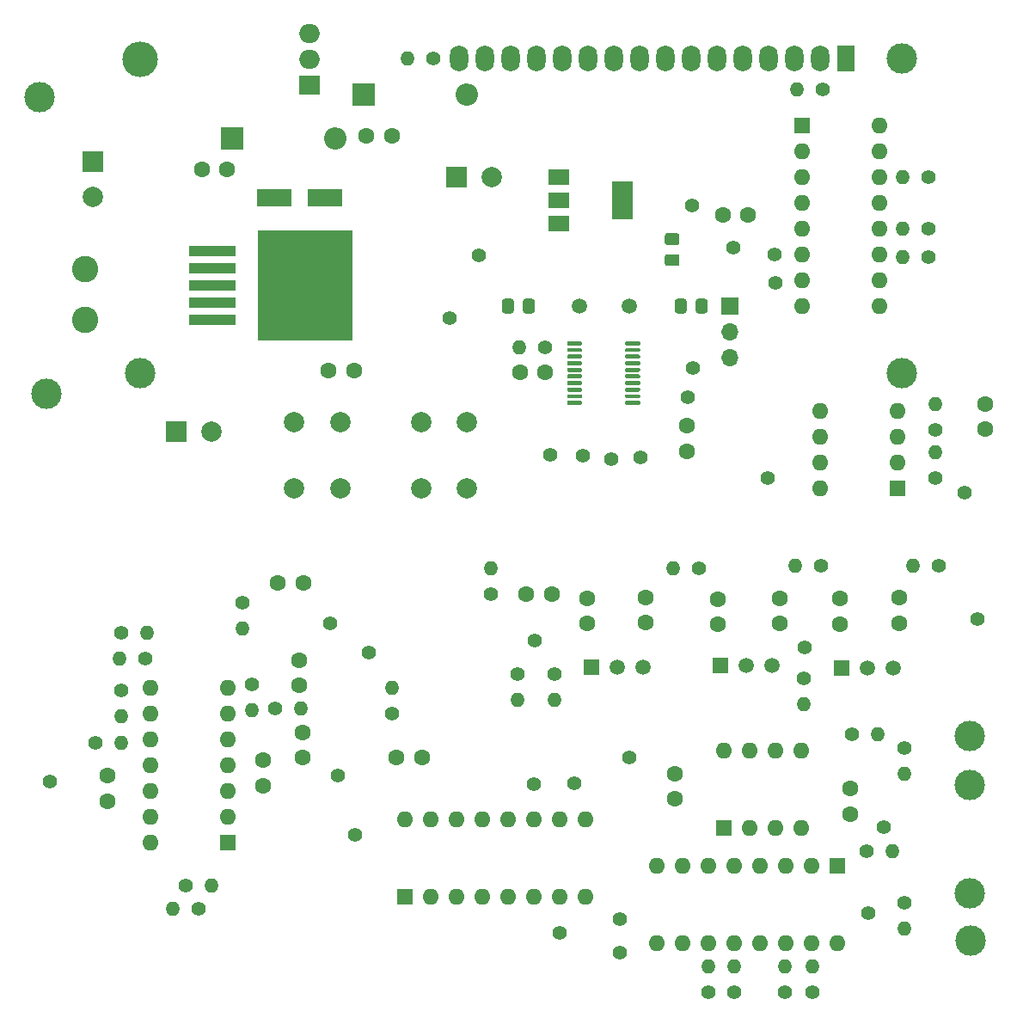
<source format=gbr>
%TF.GenerationSoftware,KiCad,Pcbnew,5.1.8-5.1.8*%
%TF.CreationDate,2021-08-29T21:24:45+08:00*%
%TF.ProjectId,lcr-1,6c63722d-312e-46b6-9963-61645f706362,rev?*%
%TF.SameCoordinates,Original*%
%TF.FileFunction,Soldermask,Top*%
%TF.FilePolarity,Negative*%
%FSLAX46Y46*%
G04 Gerber Fmt 4.6, Leading zero omitted, Abs format (unit mm)*
G04 Created by KiCad (PCBNEW 5.1.8-5.1.8) date 2021-08-29 21:24:45*
%MOMM*%
%LPD*%
G01*
G04 APERTURE LIST*
%ADD10O,3.500000X3.500000*%
%ADD11R,2.000000X1.905000*%
%ADD12O,2.000000X1.905000*%
%ADD13C,1.400000*%
%ADD14C,3.000000*%
%ADD15O,1.800000X2.600000*%
%ADD16R,1.800000X2.600000*%
%ADD17O,1.400000X1.400000*%
%ADD18C,1.600000*%
%ADD19O,1.600000X1.600000*%
%ADD20R,1.600000X1.600000*%
%ADD21R,1.500000X1.500000*%
%ADD22C,1.500000*%
%ADD23R,2.000000X1.500000*%
%ADD24R,2.000000X3.800000*%
%ADD25R,9.400000X10.800000*%
%ADD26R,4.600000X1.100000*%
%ADD27C,2.000000*%
%ADD28C,2.600000*%
%ADD29O,1.700000X1.700000*%
%ADD30R,1.700000X1.700000*%
%ADD31O,2.200000X2.200000*%
%ADD32R,2.200000X2.200000*%
%ADD33R,3.500000X1.800000*%
%ADD34R,2.000000X2.000000*%
G04 APERTURE END LIST*
D10*
%TO.C,U8*%
X103499780Y-65397380D03*
D11*
X120159780Y-67937380D03*
D12*
X120159780Y-65397380D03*
X120159780Y-62857380D03*
%TD*%
D13*
%TO.C,J38*%
X161838640Y-83908900D03*
%TD*%
%TO.C,J37*%
X166027100Y-87393780D03*
%TD*%
%TO.C,J36*%
X165925500Y-84548980D03*
%TD*%
%TO.C,J35*%
X157855920Y-79768700D03*
%TD*%
%TO.C,J34*%
X136794240Y-84696300D03*
%TD*%
%TO.C,J33*%
X133954520Y-90840560D03*
%TD*%
D14*
%TO.C,J32*%
X94200980Y-98298000D03*
%TD*%
%TO.C,J31*%
X93543120Y-69121020D03*
%TD*%
D13*
%TO.C,J30*%
X122130820Y-120886220D03*
%TD*%
%TO.C,J29*%
X168876980Y-123248420D03*
%TD*%
%TO.C,J28*%
X142288260Y-122593100D03*
%TD*%
%TO.C,J27*%
X184670700Y-108046520D03*
%TD*%
%TO.C,J26*%
X125948440Y-123789440D03*
%TD*%
%TO.C,J25*%
X185897520Y-120456960D03*
%TD*%
%TO.C,J24*%
X165232080Y-106596180D03*
%TD*%
%TO.C,J23*%
X122905520Y-135892540D03*
%TD*%
%TO.C,J22*%
X94561660Y-136512300D03*
%TD*%
%TO.C,J21*%
X146207480Y-136629140D03*
%TD*%
%TO.C,J20*%
X152775920Y-104548940D03*
%TD*%
%TO.C,J19*%
X150715980Y-153344880D03*
%TD*%
%TO.C,J18*%
X157413960Y-98668840D03*
%TD*%
%TO.C,J17*%
X143850360Y-104267000D03*
%TD*%
%TO.C,J16*%
X150677880Y-150040340D03*
%TD*%
%TO.C,J15*%
X157858460Y-95785940D03*
%TD*%
%TO.C,J14*%
X142229840Y-136718040D03*
%TD*%
%TO.C,J12*%
X144762220Y-151363680D03*
%TD*%
%TO.C,J10*%
X124655580Y-141747240D03*
%TD*%
%TO.C,J9*%
X147043140Y-104376220D03*
%TD*%
%TO.C,J8*%
X175201580Y-149458680D03*
%TD*%
%TO.C,J7*%
X151655780Y-134081520D03*
%TD*%
%TO.C,J6*%
X149877780Y-104744520D03*
%TD*%
D14*
%TO.C,J5*%
X185206640Y-152105360D03*
%TD*%
%TO.C,J4*%
X185158380Y-147513040D03*
%TD*%
%TO.C,J3*%
X185199020Y-136794240D03*
%TD*%
%TO.C,J2*%
X185166000Y-132029200D03*
%TD*%
D13*
%TO.C,J1*%
X176695100Y-140987780D03*
%TD*%
D14*
%TO.C,DS1*%
X103474000Y-65278000D03*
X103474520Y-96278700D03*
X178473100Y-96278700D03*
X178473100Y-65278000D03*
D15*
X134874000Y-65278000D03*
X137414000Y-65278000D03*
X139954000Y-65278000D03*
X142494000Y-65278000D03*
X145034000Y-65278000D03*
X147574000Y-65278000D03*
X150114000Y-65278000D03*
X152654000Y-65278000D03*
X155194000Y-65278000D03*
X157734000Y-65278000D03*
X160274000Y-65278000D03*
X162814000Y-65278000D03*
X165354000Y-65278000D03*
X167894000Y-65278000D03*
X170434000Y-65278000D03*
D16*
X172974000Y-65278000D03*
%TD*%
D17*
%TO.C,R16*%
X167939980Y-115255040D03*
D13*
X170479980Y-115255040D03*
%TD*%
D18*
%TO.C,C12*%
X172415460Y-120947820D03*
X172415460Y-118447820D03*
%TD*%
D19*
%TO.C,U6*%
X170393360Y-107635040D03*
X178013360Y-100015040D03*
X170393360Y-105095040D03*
X178013360Y-102555040D03*
X170393360Y-102555040D03*
X178013360Y-105095040D03*
X170393360Y-100015040D03*
D20*
X178013360Y-107635040D03*
%TD*%
D19*
%TO.C,U5*%
X104444800Y-142534640D03*
X112064800Y-127294640D03*
X104444800Y-139994640D03*
X112064800Y-129834640D03*
X104444800Y-137454640D03*
X112064800Y-132374640D03*
X104444800Y-134914640D03*
X112064800Y-134914640D03*
X104444800Y-132374640D03*
X112064800Y-137454640D03*
X104444800Y-129834640D03*
X112064800Y-139994640D03*
X104444800Y-127294640D03*
D20*
X112064800Y-142534640D03*
%TD*%
D19*
%TO.C,U1*%
X160981160Y-133410400D03*
X168601160Y-141030400D03*
X163521160Y-133410400D03*
X166061160Y-141030400D03*
X166061160Y-133410400D03*
X163521160Y-141030400D03*
X168601160Y-133410400D03*
D20*
X160981160Y-141030400D03*
%TD*%
D17*
%TO.C,R33*%
X168148000Y-68326000D03*
D13*
X170688000Y-68326000D03*
%TD*%
D17*
%TO.C,R32*%
X129794000Y-65278000D03*
D13*
X132334000Y-65278000D03*
%TD*%
D17*
%TO.C,R31*%
X178562000Y-76962000D03*
D13*
X181102000Y-76962000D03*
%TD*%
%TO.C,R30*%
X181102000Y-84836000D03*
D17*
X178562000Y-84836000D03*
%TD*%
%TO.C,R29*%
X178562000Y-82042000D03*
D13*
X181102000Y-82042000D03*
%TD*%
D17*
%TO.C,R28*%
X113558320Y-121381520D03*
D13*
X113558320Y-118841520D03*
%TD*%
D17*
%TO.C,R25*%
X144277340Y-128440180D03*
D13*
X144277340Y-125900180D03*
%TD*%
D17*
%TO.C,R24*%
X140609580Y-128435100D03*
D13*
X140609580Y-125895100D03*
%TD*%
D17*
%TO.C,R27*%
X114477800Y-129458720D03*
D13*
X114477800Y-126918720D03*
%TD*%
D17*
%TO.C,R26*%
X119253000Y-129326640D03*
D13*
X116713000Y-129326640D03*
%TD*%
D17*
%TO.C,R22*%
X128254760Y-127259080D03*
D13*
X128254760Y-129799080D03*
%TD*%
D17*
%TO.C,R23*%
X168856920Y-128821180D03*
D13*
X168856920Y-126281180D03*
%TD*%
D17*
%TO.C,R21*%
X181797960Y-99314000D03*
D13*
X181797960Y-101854000D03*
%TD*%
D17*
%TO.C,R20*%
X181747160Y-104079040D03*
D13*
X181747160Y-106619040D03*
%TD*%
D17*
%TO.C,R18*%
X104124760Y-121828560D03*
D13*
X101584760Y-121828560D03*
%TD*%
D17*
%TO.C,R17*%
X101427280Y-124338080D03*
D13*
X103967280Y-124338080D03*
%TD*%
D17*
%TO.C,R15*%
X101630480Y-130022600D03*
D13*
X101630480Y-127482600D03*
%TD*%
D17*
%TO.C,R14*%
X101630480Y-132648960D03*
D13*
X99090480Y-132648960D03*
%TD*%
D17*
%TO.C,R19*%
X179570640Y-115224560D03*
D13*
X182110640Y-115224560D03*
%TD*%
D17*
%TO.C,R12*%
X110467140Y-146758660D03*
D13*
X107927140Y-146758660D03*
%TD*%
D17*
%TO.C,R13*%
X106710480Y-149026880D03*
D13*
X109250480Y-149026880D03*
%TD*%
D17*
%TO.C,R11*%
X155925780Y-115488720D03*
D13*
X158465780Y-115488720D03*
%TD*%
D17*
%TO.C,R10*%
X138000000Y-115460000D03*
D13*
X138000000Y-118000000D03*
%TD*%
D17*
%TO.C,R9*%
X177561240Y-143319500D03*
D13*
X175021240Y-143319500D03*
%TD*%
D17*
%TO.C,R8*%
X159385000Y-154716480D03*
D13*
X159385000Y-157256480D03*
%TD*%
D17*
%TO.C,R7*%
X169656760Y-154675840D03*
D13*
X169656760Y-157215840D03*
%TD*%
D17*
%TO.C,R6*%
X178704240Y-150977600D03*
D13*
X178704240Y-148437600D03*
%TD*%
D17*
%TO.C,R5*%
X178762000Y-135756660D03*
D13*
X178762000Y-133216660D03*
%TD*%
D17*
%TO.C,R4*%
X176093120Y-131820920D03*
D13*
X173553120Y-131820920D03*
%TD*%
D17*
%TO.C,R3*%
X140776960Y-93751400D03*
D13*
X143316960Y-93751400D03*
%TD*%
D17*
%TO.C,R2*%
X166984680Y-154675840D03*
D13*
X166984680Y-157215840D03*
%TD*%
D17*
%TO.C,R1*%
X161996120Y-154716480D03*
D13*
X161996120Y-157256480D03*
%TD*%
D18*
%TO.C,C14*%
X178191420Y-120902100D03*
X178191420Y-118402100D03*
%TD*%
%TO.C,C11*%
X166436300Y-120919880D03*
X166436300Y-118419880D03*
%TD*%
%TO.C,C9*%
X153243540Y-120841140D03*
X153243540Y-118341140D03*
%TD*%
D21*
%TO.C,Q2*%
X160642560Y-125082300D03*
D22*
X165722560Y-125082300D03*
X163182560Y-125082300D03*
%TD*%
D18*
%TO.C,C8*%
X147462500Y-120919880D03*
X147462500Y-118419880D03*
%TD*%
%TO.C,C19*%
X119496840Y-134148200D03*
X119496840Y-131648200D03*
%TD*%
%TO.C,C13*%
X186644280Y-99287960D03*
X186644280Y-101787960D03*
%TD*%
D22*
%TO.C,Y1*%
X146758000Y-89662000D03*
X151638000Y-89662000D03*
%TD*%
D19*
%TO.C,U7*%
X176276000Y-71882000D03*
X168656000Y-89662000D03*
X176276000Y-74422000D03*
X168656000Y-87122000D03*
X176276000Y-76962000D03*
X168656000Y-84582000D03*
X176276000Y-79502000D03*
X168656000Y-82042000D03*
X176276000Y-82042000D03*
X168656000Y-79502000D03*
X176276000Y-84582000D03*
X168656000Y-76962000D03*
X176276000Y-87122000D03*
X168656000Y-74422000D03*
X176276000Y-89662000D03*
D20*
X168656000Y-71882000D03*
%TD*%
D19*
%TO.C,U4*%
X172110400Y-152405080D03*
X154330400Y-144785080D03*
X169570400Y-152405080D03*
X156870400Y-144785080D03*
X167030400Y-152405080D03*
X159410400Y-144785080D03*
X164490400Y-152405080D03*
X161950400Y-144785080D03*
X161950400Y-152405080D03*
X164490400Y-144785080D03*
X159410400Y-152405080D03*
X167030400Y-144785080D03*
X156870400Y-152405080D03*
X169570400Y-144785080D03*
X154330400Y-152405080D03*
D20*
X172110400Y-144785080D03*
%TD*%
D23*
%TO.C,U9*%
X144678000Y-76948000D03*
X144678000Y-81548000D03*
X144678000Y-79248000D03*
D24*
X150978000Y-79248000D03*
%TD*%
%TO.C,U2*%
G36*
G01*
X151223000Y-93441000D02*
X151223000Y-93241000D01*
G75*
G02*
X151323000Y-93141000I100000J0D01*
G01*
X152598000Y-93141000D01*
G75*
G02*
X152698000Y-93241000I0J-100000D01*
G01*
X152698000Y-93441000D01*
G75*
G02*
X152598000Y-93541000I-100000J0D01*
G01*
X151323000Y-93541000D01*
G75*
G02*
X151223000Y-93441000I0J100000D01*
G01*
G37*
G36*
G01*
X151223000Y-94091000D02*
X151223000Y-93891000D01*
G75*
G02*
X151323000Y-93791000I100000J0D01*
G01*
X152598000Y-93791000D01*
G75*
G02*
X152698000Y-93891000I0J-100000D01*
G01*
X152698000Y-94091000D01*
G75*
G02*
X152598000Y-94191000I-100000J0D01*
G01*
X151323000Y-94191000D01*
G75*
G02*
X151223000Y-94091000I0J100000D01*
G01*
G37*
G36*
G01*
X151223000Y-94741000D02*
X151223000Y-94541000D01*
G75*
G02*
X151323000Y-94441000I100000J0D01*
G01*
X152598000Y-94441000D01*
G75*
G02*
X152698000Y-94541000I0J-100000D01*
G01*
X152698000Y-94741000D01*
G75*
G02*
X152598000Y-94841000I-100000J0D01*
G01*
X151323000Y-94841000D01*
G75*
G02*
X151223000Y-94741000I0J100000D01*
G01*
G37*
G36*
G01*
X151223000Y-95391000D02*
X151223000Y-95191000D01*
G75*
G02*
X151323000Y-95091000I100000J0D01*
G01*
X152598000Y-95091000D01*
G75*
G02*
X152698000Y-95191000I0J-100000D01*
G01*
X152698000Y-95391000D01*
G75*
G02*
X152598000Y-95491000I-100000J0D01*
G01*
X151323000Y-95491000D01*
G75*
G02*
X151223000Y-95391000I0J100000D01*
G01*
G37*
G36*
G01*
X151223000Y-96041000D02*
X151223000Y-95841000D01*
G75*
G02*
X151323000Y-95741000I100000J0D01*
G01*
X152598000Y-95741000D01*
G75*
G02*
X152698000Y-95841000I0J-100000D01*
G01*
X152698000Y-96041000D01*
G75*
G02*
X152598000Y-96141000I-100000J0D01*
G01*
X151323000Y-96141000D01*
G75*
G02*
X151223000Y-96041000I0J100000D01*
G01*
G37*
G36*
G01*
X151223000Y-96691000D02*
X151223000Y-96491000D01*
G75*
G02*
X151323000Y-96391000I100000J0D01*
G01*
X152598000Y-96391000D01*
G75*
G02*
X152698000Y-96491000I0J-100000D01*
G01*
X152698000Y-96691000D01*
G75*
G02*
X152598000Y-96791000I-100000J0D01*
G01*
X151323000Y-96791000D01*
G75*
G02*
X151223000Y-96691000I0J100000D01*
G01*
G37*
G36*
G01*
X151223000Y-97341000D02*
X151223000Y-97141000D01*
G75*
G02*
X151323000Y-97041000I100000J0D01*
G01*
X152598000Y-97041000D01*
G75*
G02*
X152698000Y-97141000I0J-100000D01*
G01*
X152698000Y-97341000D01*
G75*
G02*
X152598000Y-97441000I-100000J0D01*
G01*
X151323000Y-97441000D01*
G75*
G02*
X151223000Y-97341000I0J100000D01*
G01*
G37*
G36*
G01*
X151223000Y-97991000D02*
X151223000Y-97791000D01*
G75*
G02*
X151323000Y-97691000I100000J0D01*
G01*
X152598000Y-97691000D01*
G75*
G02*
X152698000Y-97791000I0J-100000D01*
G01*
X152698000Y-97991000D01*
G75*
G02*
X152598000Y-98091000I-100000J0D01*
G01*
X151323000Y-98091000D01*
G75*
G02*
X151223000Y-97991000I0J100000D01*
G01*
G37*
G36*
G01*
X151223000Y-98641000D02*
X151223000Y-98441000D01*
G75*
G02*
X151323000Y-98341000I100000J0D01*
G01*
X152598000Y-98341000D01*
G75*
G02*
X152698000Y-98441000I0J-100000D01*
G01*
X152698000Y-98641000D01*
G75*
G02*
X152598000Y-98741000I-100000J0D01*
G01*
X151323000Y-98741000D01*
G75*
G02*
X151223000Y-98641000I0J100000D01*
G01*
G37*
G36*
G01*
X151223000Y-99291000D02*
X151223000Y-99091000D01*
G75*
G02*
X151323000Y-98991000I100000J0D01*
G01*
X152598000Y-98991000D01*
G75*
G02*
X152698000Y-99091000I0J-100000D01*
G01*
X152698000Y-99291000D01*
G75*
G02*
X152598000Y-99391000I-100000J0D01*
G01*
X151323000Y-99391000D01*
G75*
G02*
X151223000Y-99291000I0J100000D01*
G01*
G37*
G36*
G01*
X145498000Y-99291000D02*
X145498000Y-99091000D01*
G75*
G02*
X145598000Y-98991000I100000J0D01*
G01*
X146873000Y-98991000D01*
G75*
G02*
X146973000Y-99091000I0J-100000D01*
G01*
X146973000Y-99291000D01*
G75*
G02*
X146873000Y-99391000I-100000J0D01*
G01*
X145598000Y-99391000D01*
G75*
G02*
X145498000Y-99291000I0J100000D01*
G01*
G37*
G36*
G01*
X145498000Y-98641000D02*
X145498000Y-98441000D01*
G75*
G02*
X145598000Y-98341000I100000J0D01*
G01*
X146873000Y-98341000D01*
G75*
G02*
X146973000Y-98441000I0J-100000D01*
G01*
X146973000Y-98641000D01*
G75*
G02*
X146873000Y-98741000I-100000J0D01*
G01*
X145598000Y-98741000D01*
G75*
G02*
X145498000Y-98641000I0J100000D01*
G01*
G37*
G36*
G01*
X145498000Y-97991000D02*
X145498000Y-97791000D01*
G75*
G02*
X145598000Y-97691000I100000J0D01*
G01*
X146873000Y-97691000D01*
G75*
G02*
X146973000Y-97791000I0J-100000D01*
G01*
X146973000Y-97991000D01*
G75*
G02*
X146873000Y-98091000I-100000J0D01*
G01*
X145598000Y-98091000D01*
G75*
G02*
X145498000Y-97991000I0J100000D01*
G01*
G37*
G36*
G01*
X145498000Y-97341000D02*
X145498000Y-97141000D01*
G75*
G02*
X145598000Y-97041000I100000J0D01*
G01*
X146873000Y-97041000D01*
G75*
G02*
X146973000Y-97141000I0J-100000D01*
G01*
X146973000Y-97341000D01*
G75*
G02*
X146873000Y-97441000I-100000J0D01*
G01*
X145598000Y-97441000D01*
G75*
G02*
X145498000Y-97341000I0J100000D01*
G01*
G37*
G36*
G01*
X145498000Y-96691000D02*
X145498000Y-96491000D01*
G75*
G02*
X145598000Y-96391000I100000J0D01*
G01*
X146873000Y-96391000D01*
G75*
G02*
X146973000Y-96491000I0J-100000D01*
G01*
X146973000Y-96691000D01*
G75*
G02*
X146873000Y-96791000I-100000J0D01*
G01*
X145598000Y-96791000D01*
G75*
G02*
X145498000Y-96691000I0J100000D01*
G01*
G37*
G36*
G01*
X145498000Y-96041000D02*
X145498000Y-95841000D01*
G75*
G02*
X145598000Y-95741000I100000J0D01*
G01*
X146873000Y-95741000D01*
G75*
G02*
X146973000Y-95841000I0J-100000D01*
G01*
X146973000Y-96041000D01*
G75*
G02*
X146873000Y-96141000I-100000J0D01*
G01*
X145598000Y-96141000D01*
G75*
G02*
X145498000Y-96041000I0J100000D01*
G01*
G37*
G36*
G01*
X145498000Y-95391000D02*
X145498000Y-95191000D01*
G75*
G02*
X145598000Y-95091000I100000J0D01*
G01*
X146873000Y-95091000D01*
G75*
G02*
X146973000Y-95191000I0J-100000D01*
G01*
X146973000Y-95391000D01*
G75*
G02*
X146873000Y-95491000I-100000J0D01*
G01*
X145598000Y-95491000D01*
G75*
G02*
X145498000Y-95391000I0J100000D01*
G01*
G37*
G36*
G01*
X145498000Y-94741000D02*
X145498000Y-94541000D01*
G75*
G02*
X145598000Y-94441000I100000J0D01*
G01*
X146873000Y-94441000D01*
G75*
G02*
X146973000Y-94541000I0J-100000D01*
G01*
X146973000Y-94741000D01*
G75*
G02*
X146873000Y-94841000I-100000J0D01*
G01*
X145598000Y-94841000D01*
G75*
G02*
X145498000Y-94741000I0J100000D01*
G01*
G37*
G36*
G01*
X145498000Y-94091000D02*
X145498000Y-93891000D01*
G75*
G02*
X145598000Y-93791000I100000J0D01*
G01*
X146873000Y-93791000D01*
G75*
G02*
X146973000Y-93891000I0J-100000D01*
G01*
X146973000Y-94091000D01*
G75*
G02*
X146873000Y-94191000I-100000J0D01*
G01*
X145598000Y-94191000D01*
G75*
G02*
X145498000Y-94091000I0J100000D01*
G01*
G37*
G36*
G01*
X145498000Y-93441000D02*
X145498000Y-93241000D01*
G75*
G02*
X145598000Y-93141000I100000J0D01*
G01*
X146873000Y-93141000D01*
G75*
G02*
X146973000Y-93241000I0J-100000D01*
G01*
X146973000Y-93441000D01*
G75*
G02*
X146873000Y-93541000I-100000J0D01*
G01*
X145598000Y-93541000D01*
G75*
G02*
X145498000Y-93441000I0J100000D01*
G01*
G37*
%TD*%
D19*
%TO.C,U3*%
X129514600Y-140238480D03*
X147294600Y-147858480D03*
X132054600Y-140238480D03*
X144754600Y-147858480D03*
X134594600Y-140238480D03*
X142214600Y-147858480D03*
X137134600Y-140238480D03*
X139674600Y-147858480D03*
X139674600Y-140238480D03*
X137134600Y-147858480D03*
X142214600Y-140238480D03*
X134594600Y-147858480D03*
X144754600Y-140238480D03*
X132054600Y-147858480D03*
X147294600Y-140238480D03*
D20*
X129514600Y-147858480D03*
%TD*%
D25*
%TO.C,U10*%
X119707000Y-87630000D03*
D26*
X110557000Y-91030000D03*
X110557000Y-89330000D03*
X110557000Y-87630000D03*
X110557000Y-85930000D03*
X110557000Y-84230000D03*
%TD*%
D27*
%TO.C,SW2*%
X131150360Y-107602160D03*
X135650360Y-107602160D03*
X131150360Y-101102160D03*
X135650360Y-101102160D03*
%TD*%
%TO.C,SW1*%
X123149360Y-101074080D03*
X118649360Y-101074080D03*
X123149360Y-107574080D03*
X118649360Y-107574080D03*
%TD*%
D21*
%TO.C,Q3*%
X172567860Y-125318520D03*
D22*
X177647860Y-125318520D03*
X175107860Y-125318520D03*
%TD*%
D21*
%TO.C,Q1*%
X147896840Y-125239780D03*
D22*
X152976840Y-125239780D03*
X150436840Y-125239780D03*
%TD*%
D28*
%TO.C,L1*%
X98000000Y-86000000D03*
X98000000Y-91000000D03*
%TD*%
D29*
%TO.C,J11*%
X161544000Y-94742000D03*
X161544000Y-92202000D03*
D30*
X161544000Y-89662000D03*
%TD*%
D31*
%TO.C,D3*%
X135636000Y-68834000D03*
D32*
X125476000Y-68834000D03*
%TD*%
D31*
%TO.C,D1*%
X122682000Y-73152000D03*
D32*
X112522000Y-73152000D03*
%TD*%
D33*
%TO.C,D2*%
X121626000Y-78994000D03*
X116626000Y-78994000D03*
%TD*%
D18*
%TO.C,C18*%
X119151400Y-124535560D03*
X119151400Y-127035560D03*
%TD*%
%TO.C,C25*%
X163358200Y-80665320D03*
X160858200Y-80665320D03*
%TD*%
%TO.C,C20*%
X119502560Y-116951760D03*
X117002560Y-116951760D03*
%TD*%
%TO.C,C17*%
X100279200Y-135904600D03*
X100279200Y-138404600D03*
%TD*%
%TO.C,C16*%
X115590320Y-134367900D03*
X115590320Y-136867900D03*
%TD*%
%TO.C,C15*%
X131206880Y-134086600D03*
X128706880Y-134086600D03*
%TD*%
%TO.C,C28*%
G36*
G01*
X155379400Y-84549400D02*
X156329400Y-84549400D01*
G75*
G02*
X156579400Y-84799400I0J-250000D01*
G01*
X156579400Y-85474400D01*
G75*
G02*
X156329400Y-85724400I-250000J0D01*
G01*
X155379400Y-85724400D01*
G75*
G02*
X155129400Y-85474400I0J250000D01*
G01*
X155129400Y-84799400D01*
G75*
G02*
X155379400Y-84549400I250000J0D01*
G01*
G37*
G36*
G01*
X155379400Y-82474400D02*
X156329400Y-82474400D01*
G75*
G02*
X156579400Y-82724400I0J-250000D01*
G01*
X156579400Y-83399400D01*
G75*
G02*
X156329400Y-83649400I-250000J0D01*
G01*
X155379400Y-83649400D01*
G75*
G02*
X155129400Y-83399400I0J250000D01*
G01*
X155129400Y-82724400D01*
G75*
G02*
X155379400Y-82474400I250000J0D01*
G01*
G37*
%TD*%
%TO.C,C5*%
X140873480Y-96205040D03*
X143373480Y-96205040D03*
%TD*%
%TO.C,C10*%
X160365700Y-121024020D03*
X160365700Y-118524020D03*
%TD*%
%TO.C,C2*%
G36*
G01*
X157284000Y-89187000D02*
X157284000Y-90137000D01*
G75*
G02*
X157034000Y-90387000I-250000J0D01*
G01*
X156359000Y-90387000D01*
G75*
G02*
X156109000Y-90137000I0J250000D01*
G01*
X156109000Y-89187000D01*
G75*
G02*
X156359000Y-88937000I250000J0D01*
G01*
X157034000Y-88937000D01*
G75*
G02*
X157284000Y-89187000I0J-250000D01*
G01*
G37*
G36*
G01*
X159359000Y-89187000D02*
X159359000Y-90137000D01*
G75*
G02*
X159109000Y-90387000I-250000J0D01*
G01*
X158434000Y-90387000D01*
G75*
G02*
X158184000Y-90137000I0J250000D01*
G01*
X158184000Y-89187000D01*
G75*
G02*
X158434000Y-88937000I250000J0D01*
G01*
X159109000Y-88937000D01*
G75*
G02*
X159359000Y-89187000I0J-250000D01*
G01*
G37*
%TD*%
%TO.C,C1*%
G36*
G01*
X140266000Y-89187000D02*
X140266000Y-90137000D01*
G75*
G02*
X140016000Y-90387000I-250000J0D01*
G01*
X139341000Y-90387000D01*
G75*
G02*
X139091000Y-90137000I0J250000D01*
G01*
X139091000Y-89187000D01*
G75*
G02*
X139341000Y-88937000I250000J0D01*
G01*
X140016000Y-88937000D01*
G75*
G02*
X140266000Y-89187000I0J-250000D01*
G01*
G37*
G36*
G01*
X142341000Y-89187000D02*
X142341000Y-90137000D01*
G75*
G02*
X142091000Y-90387000I-250000J0D01*
G01*
X141416000Y-90387000D01*
G75*
G02*
X141166000Y-90137000I0J250000D01*
G01*
X141166000Y-89187000D01*
G75*
G02*
X141416000Y-88937000I250000J0D01*
G01*
X142091000Y-88937000D01*
G75*
G02*
X142341000Y-89187000I0J-250000D01*
G01*
G37*
%TD*%
D27*
%TO.C,C27*%
X110500000Y-102000000D03*
D34*
X107000000Y-102000000D03*
%TD*%
D27*
%TO.C,C26*%
X138120000Y-76962000D03*
D34*
X134620000Y-76962000D03*
%TD*%
D18*
%TO.C,C24*%
X124500000Y-96000000D03*
X122000000Y-96000000D03*
%TD*%
%TO.C,C23*%
X128230000Y-72898000D03*
X125730000Y-72898000D03*
%TD*%
D27*
%TO.C,C22*%
X98806000Y-78938000D03*
D34*
X98806000Y-75438000D03*
%TD*%
D18*
%TO.C,C21*%
X109514000Y-76200000D03*
X112014000Y-76200000D03*
%TD*%
%TO.C,C6*%
X157332680Y-101462200D03*
X157332680Y-103962200D03*
%TD*%
%TO.C,C7*%
X141500000Y-118000000D03*
X144000000Y-118000000D03*
%TD*%
%TO.C,C4*%
X173385480Y-139665080D03*
X173385480Y-137165080D03*
%TD*%
%TO.C,C3*%
X156128720Y-135706480D03*
X156128720Y-138206480D03*
%TD*%
M02*

</source>
